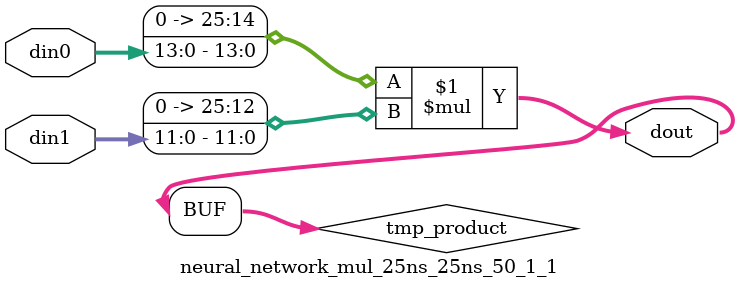
<source format=v>

`timescale 1 ns / 1 ps

  module neural_network_mul_25ns_25ns_50_1_1(din0, din1, dout);
parameter ID = 1;
parameter NUM_STAGE = 0;
parameter din0_WIDTH = 14;
parameter din1_WIDTH = 12;
parameter dout_WIDTH = 26;

input [din0_WIDTH - 1 : 0] din0; 
input [din1_WIDTH - 1 : 0] din1; 
output [dout_WIDTH - 1 : 0] dout;

wire signed [dout_WIDTH - 1 : 0] tmp_product;










assign tmp_product = $signed({1'b0, din0}) * $signed({1'b0, din1});











assign dout = tmp_product;







endmodule

</source>
